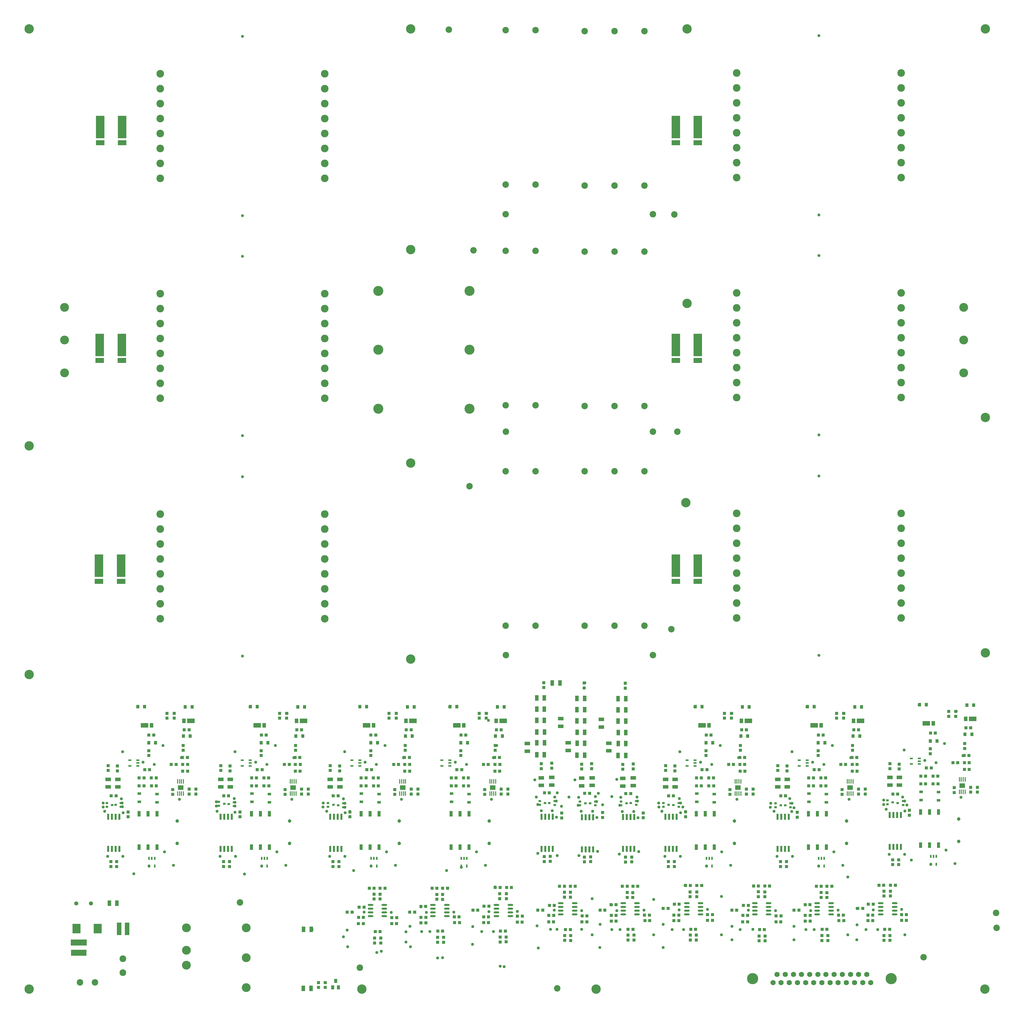
<source format=gts>
G04 Layer_Color=8388736*
%FSLAX25Y25*%
%MOIN*%
G70*
G01*
G75*
%ADD10O,0.07480X0.02362*%
%ADD11R,0.07480X0.04724*%
%ADD12R,0.04724X0.07480*%
%ADD13R,0.04331X0.04331*%
%ADD14R,0.04331X0.04331*%
%ADD15R,0.03543X0.02756*%
%ADD17R,0.20866X0.07874*%
%ADD18R,0.21654X0.07874*%
%ADD19R,0.06299X0.16929*%
%ADD20R,0.03937X0.05512*%
%ADD21R,0.01575X0.06299*%
%ADD22R,0.07441X0.06181*%
%ADD23R,0.02362X0.04331*%
%ADD24R,0.04331X0.02362*%
%ADD26R,0.04488X0.07480*%
%ADD27R,0.11614X0.30000*%
%ADD28R,0.11614X0.06614*%
%ADD31R,0.04331X0.05118*%
%ADD32R,0.04803X0.03583*%
%ADD38C,0.12520*%
%ADD39C,0.10236*%
%ADD40C,0.03937*%
%ADD41C,0.09000*%
%ADD42C,0.11811*%
%ADD43C,0.05512*%
%ADD44C,0.08661*%
%ADD45C,0.07000*%
%ADD46C,0.15000*%
%ADD47C,0.04724*%
%ADD48C,0.13386*%
%ADD49C,0.04000*%
%ADD50C,0.05000*%
%ADD61R,0.10787X0.13150*%
%ADD62R,0.03120X0.08100*%
%ADD63R,0.04685X0.06457*%
%ADD64R,0.10000X0.06457*%
D10*
X496256Y121500D02*
D03*
Y126500D02*
D03*
Y131500D02*
D03*
Y136500D02*
D03*
X477752Y121500D02*
D03*
Y126500D02*
D03*
Y131500D02*
D03*
Y136500D02*
D03*
X579756Y121500D02*
D03*
Y126500D02*
D03*
Y131500D02*
D03*
Y136500D02*
D03*
X561252Y121500D02*
D03*
Y126500D02*
D03*
Y131500D02*
D03*
Y136500D02*
D03*
X664756Y121500D02*
D03*
Y126500D02*
D03*
Y131500D02*
D03*
Y136500D02*
D03*
X646252Y121500D02*
D03*
Y126500D02*
D03*
Y131500D02*
D03*
Y136500D02*
D03*
X750752Y124000D02*
D03*
Y129000D02*
D03*
Y134000D02*
D03*
Y139000D02*
D03*
X732248Y124000D02*
D03*
Y129000D02*
D03*
Y134000D02*
D03*
Y139000D02*
D03*
X834252Y124000D02*
D03*
Y129000D02*
D03*
Y134000D02*
D03*
Y139000D02*
D03*
X815748Y124000D02*
D03*
Y129000D02*
D03*
Y134000D02*
D03*
Y139000D02*
D03*
X900748D02*
D03*
Y134000D02*
D03*
Y129000D02*
D03*
Y124000D02*
D03*
X919252Y139000D02*
D03*
Y134000D02*
D03*
Y129000D02*
D03*
Y124000D02*
D03*
X991748Y139000D02*
D03*
Y134000D02*
D03*
Y129000D02*
D03*
Y124000D02*
D03*
X1010252Y139000D02*
D03*
Y134000D02*
D03*
Y129000D02*
D03*
Y124000D02*
D03*
X1075248Y139000D02*
D03*
Y134000D02*
D03*
Y129000D02*
D03*
Y124000D02*
D03*
X1093752Y139000D02*
D03*
Y134000D02*
D03*
Y129000D02*
D03*
Y124000D02*
D03*
X1160248Y139000D02*
D03*
Y134000D02*
D03*
Y129000D02*
D03*
Y124000D02*
D03*
X1178752Y139000D02*
D03*
Y134000D02*
D03*
Y129000D02*
D03*
Y124000D02*
D03*
D11*
X687500Y352500D02*
D03*
Y342264D02*
D03*
X732000Y375764D02*
D03*
Y386000D02*
D03*
X796500Y353118D02*
D03*
Y342882D02*
D03*
X742000Y353618D02*
D03*
Y343382D02*
D03*
X786500Y374764D02*
D03*
Y385000D02*
D03*
X423900Y294496D02*
D03*
Y304732D02*
D03*
X436700Y294496D02*
D03*
Y304732D02*
D03*
X277372Y294496D02*
D03*
Y304732D02*
D03*
X290172Y294496D02*
D03*
Y304732D02*
D03*
X126872Y294496D02*
D03*
Y304732D02*
D03*
X139672Y294496D02*
D03*
Y304732D02*
D03*
X815000Y295748D02*
D03*
Y305984D02*
D03*
X829000Y296248D02*
D03*
Y306484D02*
D03*
X759996Y295996D02*
D03*
Y306232D02*
D03*
X773996Y296496D02*
D03*
Y306732D02*
D03*
X706118Y296500D02*
D03*
Y306736D02*
D03*
X720118Y297000D02*
D03*
Y307236D02*
D03*
X1172372Y296996D02*
D03*
Y307232D02*
D03*
X1185172Y296996D02*
D03*
Y307232D02*
D03*
X872400Y294496D02*
D03*
Y304732D02*
D03*
X885200Y294496D02*
D03*
Y304732D02*
D03*
X1022400Y294496D02*
D03*
Y304732D02*
D03*
X1035200Y294496D02*
D03*
Y304732D02*
D03*
D12*
X731000Y433500D02*
D03*
X720764D02*
D03*
X398118Y25000D02*
D03*
X387882D02*
D03*
X398500Y104000D02*
D03*
X388264D02*
D03*
X128382Y139000D02*
D03*
X138618D02*
D03*
X819236Y367248D02*
D03*
X809000D02*
D03*
X808882Y382748D02*
D03*
X819118D02*
D03*
Y336748D02*
D03*
X808882D02*
D03*
X819236Y352748D02*
D03*
X809000D02*
D03*
X819118Y397748D02*
D03*
X808882D02*
D03*
Y412748D02*
D03*
X819118D02*
D03*
X764232Y367496D02*
D03*
X753996D02*
D03*
X753878Y382996D02*
D03*
X764114D02*
D03*
Y336996D02*
D03*
X753878D02*
D03*
X764232Y352996D02*
D03*
X753996D02*
D03*
X764114Y397996D02*
D03*
X753878D02*
D03*
Y412996D02*
D03*
X764114D02*
D03*
X710354Y368000D02*
D03*
X700118D02*
D03*
X700000Y383500D02*
D03*
X710236D02*
D03*
Y337500D02*
D03*
X700000D02*
D03*
X710354Y353500D02*
D03*
X700118D02*
D03*
X710236Y398500D02*
D03*
X700000D02*
D03*
Y413500D02*
D03*
X710236D02*
D03*
D13*
X1164500Y95748D02*
D03*
Y89252D02*
D03*
X1172500Y95748D02*
D03*
Y89252D02*
D03*
X1089500Y95496D02*
D03*
Y89000D02*
D03*
X1081500Y95496D02*
D03*
Y89000D02*
D03*
X1005500Y94996D02*
D03*
Y88500D02*
D03*
X913500Y96248D02*
D03*
Y89752D02*
D03*
X905500Y96248D02*
D03*
Y89752D02*
D03*
X830000Y96248D02*
D03*
Y89752D02*
D03*
X822000Y96248D02*
D03*
Y89752D02*
D03*
X745500Y95500D02*
D03*
Y89004D02*
D03*
X737500Y95748D02*
D03*
Y89252D02*
D03*
X997500Y94996D02*
D03*
Y88500D02*
D03*
X659000Y93748D02*
D03*
Y87252D02*
D03*
X651000Y93500D02*
D03*
Y87004D02*
D03*
X575500Y93248D02*
D03*
Y86752D02*
D03*
X567500Y93248D02*
D03*
Y86752D02*
D03*
X491500Y92248D02*
D03*
Y85752D02*
D03*
X483000Y92248D02*
D03*
Y85752D02*
D03*
X720000Y326248D02*
D03*
Y319752D02*
D03*
X773500Y325496D02*
D03*
Y319000D02*
D03*
X829000Y325248D02*
D03*
Y318752D02*
D03*
X650504Y151496D02*
D03*
Y145000D02*
D03*
X659504Y151496D02*
D03*
Y145000D02*
D03*
X566504Y150748D02*
D03*
Y144252D02*
D03*
X574004Y150496D02*
D03*
Y144000D02*
D03*
X482504Y150996D02*
D03*
Y144500D02*
D03*
X490504Y150996D02*
D03*
Y144500D02*
D03*
X1164500Y155000D02*
D03*
Y148504D02*
D03*
X905000Y153996D02*
D03*
Y147500D02*
D03*
X1173000Y155000D02*
D03*
Y148504D02*
D03*
X914000Y153996D02*
D03*
Y147500D02*
D03*
X1080500Y153248D02*
D03*
Y146752D02*
D03*
X821000Y153248D02*
D03*
Y146752D02*
D03*
X1088000Y152996D02*
D03*
Y146500D02*
D03*
X828500Y152996D02*
D03*
Y146500D02*
D03*
X996500Y154248D02*
D03*
Y147752D02*
D03*
X737000Y153496D02*
D03*
Y147000D02*
D03*
X1005000Y153996D02*
D03*
Y147500D02*
D03*
X745000Y153496D02*
D03*
Y147000D02*
D03*
X512028Y393000D02*
D03*
Y386504D02*
D03*
X502528Y392996D02*
D03*
Y386500D02*
D03*
X427500Y188000D02*
D03*
Y194496D02*
D03*
X435500Y188000D02*
D03*
Y194496D02*
D03*
X450000Y254504D02*
D03*
Y261000D02*
D03*
X365500Y393000D02*
D03*
Y386504D02*
D03*
X356000Y392996D02*
D03*
Y386500D02*
D03*
X280972Y188000D02*
D03*
Y194496D02*
D03*
X288972Y188000D02*
D03*
Y194496D02*
D03*
X302972Y254496D02*
D03*
Y260992D02*
D03*
X215000Y393000D02*
D03*
Y386504D02*
D03*
X205500Y392996D02*
D03*
Y386500D02*
D03*
X130472Y188000D02*
D03*
Y194496D02*
D03*
X138000Y188000D02*
D03*
Y194496D02*
D03*
X153500Y254504D02*
D03*
Y261000D02*
D03*
X815000Y324748D02*
D03*
Y318252D02*
D03*
X818882Y194000D02*
D03*
Y200496D02*
D03*
X827000Y194248D02*
D03*
Y200744D02*
D03*
X842500Y253252D02*
D03*
Y259748D02*
D03*
X759996Y324996D02*
D03*
Y318500D02*
D03*
X763878Y194248D02*
D03*
Y200744D02*
D03*
X771996Y194496D02*
D03*
Y200992D02*
D03*
X788000Y253752D02*
D03*
Y260248D02*
D03*
X706118Y325500D02*
D03*
Y319004D02*
D03*
X710000Y194752D02*
D03*
Y201248D02*
D03*
X718118Y195000D02*
D03*
Y201496D02*
D03*
X733500Y253000D02*
D03*
Y259496D02*
D03*
X632500Y392972D02*
D03*
Y386476D02*
D03*
X623000Y392969D02*
D03*
Y386472D02*
D03*
X1260500Y395500D02*
D03*
Y389004D02*
D03*
X1251000Y395496D02*
D03*
Y389000D02*
D03*
X1175972Y190500D02*
D03*
Y196996D02*
D03*
X1183972Y190500D02*
D03*
Y196996D02*
D03*
X1198500Y256752D02*
D03*
Y263248D02*
D03*
X960528Y393000D02*
D03*
Y386504D02*
D03*
X951028Y392996D02*
D03*
Y386500D02*
D03*
X876000Y188000D02*
D03*
Y194496D02*
D03*
X884000Y188000D02*
D03*
Y194496D02*
D03*
X899000Y254752D02*
D03*
Y261248D02*
D03*
X1110528Y393000D02*
D03*
Y386504D02*
D03*
X1101028Y392996D02*
D03*
Y386500D02*
D03*
X1026000Y188000D02*
D03*
Y194496D02*
D03*
X1034000Y188000D02*
D03*
Y194496D02*
D03*
X1048500Y254000D02*
D03*
Y260496D02*
D03*
X524028Y349996D02*
D03*
Y343500D02*
D03*
X478028Y342996D02*
D03*
Y336500D02*
D03*
X423900Y316496D02*
D03*
Y322992D02*
D03*
X436300Y316096D02*
D03*
Y322592D02*
D03*
X377500Y349996D02*
D03*
Y343500D02*
D03*
X331500Y342996D02*
D03*
Y336500D02*
D03*
X277372Y316496D02*
D03*
Y322992D02*
D03*
X289772Y316096D02*
D03*
Y322592D02*
D03*
X227000Y349996D02*
D03*
Y343500D02*
D03*
X181000Y342996D02*
D03*
Y336500D02*
D03*
X126872Y316496D02*
D03*
Y322992D02*
D03*
X139272Y316096D02*
D03*
Y322592D02*
D03*
X818500Y426752D02*
D03*
Y433248D02*
D03*
X763496Y427000D02*
D03*
Y433496D02*
D03*
X709618Y427504D02*
D03*
Y434000D02*
D03*
X644500Y349969D02*
D03*
Y343472D02*
D03*
X598500Y342969D02*
D03*
Y336472D02*
D03*
X1272500Y352496D02*
D03*
Y346000D02*
D03*
X1226500Y345496D02*
D03*
Y339000D02*
D03*
X1172372Y318996D02*
D03*
Y325492D02*
D03*
X1184772Y318596D02*
D03*
Y325092D02*
D03*
X972528Y349996D02*
D03*
Y343500D02*
D03*
X926528Y342996D02*
D03*
Y336500D02*
D03*
X872400Y316496D02*
D03*
Y322992D02*
D03*
X884800Y316096D02*
D03*
Y322592D02*
D03*
X1122528Y349996D02*
D03*
Y343500D02*
D03*
X1076528Y342996D02*
D03*
Y336500D02*
D03*
X1022400Y316496D02*
D03*
Y322992D02*
D03*
X1034800Y316096D02*
D03*
Y322592D02*
D03*
X408000Y26252D02*
D03*
Y32748D02*
D03*
X417000Y26252D02*
D03*
Y32748D02*
D03*
X510028Y284500D02*
D03*
Y290996D02*
D03*
X541028Y285004D02*
D03*
Y291500D02*
D03*
X532028Y285000D02*
D03*
Y291496D02*
D03*
X363500Y284500D02*
D03*
Y290996D02*
D03*
X394500Y285004D02*
D03*
Y291500D02*
D03*
X385500Y285000D02*
D03*
Y291496D02*
D03*
X213000Y284500D02*
D03*
Y290996D02*
D03*
X244000Y285004D02*
D03*
Y291500D02*
D03*
X235000Y285000D02*
D03*
Y291496D02*
D03*
X630500Y284472D02*
D03*
Y290968D02*
D03*
X661500Y284976D02*
D03*
Y291472D02*
D03*
X652500Y284972D02*
D03*
Y291469D02*
D03*
X1258500Y287000D02*
D03*
Y293496D02*
D03*
X1289500Y287504D02*
D03*
Y294000D02*
D03*
X1280500Y287500D02*
D03*
Y293996D02*
D03*
X958528Y284500D02*
D03*
Y290996D02*
D03*
X989528Y285004D02*
D03*
Y291500D02*
D03*
X980528Y285000D02*
D03*
Y291496D02*
D03*
X1108528Y284500D02*
D03*
Y290996D02*
D03*
X1139528Y285004D02*
D03*
Y291500D02*
D03*
X1130528Y285000D02*
D03*
Y291496D02*
D03*
D14*
X680748Y121500D02*
D03*
X674252D02*
D03*
X650748Y324500D02*
D03*
X644252D02*
D03*
X629008Y120500D02*
D03*
X635504D02*
D03*
X644508Y160000D02*
D03*
X651004D02*
D03*
X651504Y101500D02*
D03*
X658000D02*
D03*
X666252Y160000D02*
D03*
X659756D02*
D03*
X621252Y129500D02*
D03*
X614756D02*
D03*
X545256Y120000D02*
D03*
X551752D02*
D03*
X560008Y159000D02*
D03*
X566504D02*
D03*
X567756Y101500D02*
D03*
X574252D02*
D03*
X580752Y159000D02*
D03*
X574256D02*
D03*
X536752Y127000D02*
D03*
X530256D02*
D03*
X596252Y120500D02*
D03*
X589756D02*
D03*
X461756Y120000D02*
D03*
X468252D02*
D03*
X476008Y159000D02*
D03*
X482504D02*
D03*
X484008Y101000D02*
D03*
X490504D02*
D03*
X497004Y159000D02*
D03*
X490508D02*
D03*
X453000Y127000D02*
D03*
X446504D02*
D03*
X512752Y119500D02*
D03*
X506256D02*
D03*
X1143004Y123000D02*
D03*
X1149500D02*
D03*
X1157752Y163000D02*
D03*
X1164248D02*
D03*
X883504Y123000D02*
D03*
X890000D02*
D03*
X899004Y162500D02*
D03*
X905500D02*
D03*
X1165500Y104000D02*
D03*
X1171996D02*
D03*
X906000D02*
D03*
X912496D02*
D03*
X1179748Y163000D02*
D03*
X1173252D02*
D03*
X920748Y162500D02*
D03*
X914252D02*
D03*
X1135996Y132000D02*
D03*
X1129500D02*
D03*
X875748D02*
D03*
X869252D02*
D03*
X1194496Y123500D02*
D03*
X1188000D02*
D03*
X934996D02*
D03*
X928500D02*
D03*
X1059252Y122500D02*
D03*
X1065748D02*
D03*
X1074004Y161500D02*
D03*
X1080500D02*
D03*
X799752Y122500D02*
D03*
X806248D02*
D03*
X814504Y161500D02*
D03*
X821000D02*
D03*
X1081752Y104000D02*
D03*
X1088248D02*
D03*
X822252D02*
D03*
X828748D02*
D03*
X1094748Y161500D02*
D03*
X1088252D02*
D03*
X835248D02*
D03*
X828752D02*
D03*
X1050748Y129500D02*
D03*
X1044252D02*
D03*
X791248D02*
D03*
X784752D02*
D03*
X1110248Y123000D02*
D03*
X1103752D02*
D03*
X850748D02*
D03*
X844252D02*
D03*
X975752Y122500D02*
D03*
X982248D02*
D03*
X990004Y162000D02*
D03*
X996500D02*
D03*
X716252Y122500D02*
D03*
X722748D02*
D03*
X730504Y161500D02*
D03*
X737000D02*
D03*
X998004Y103500D02*
D03*
X1004500D02*
D03*
X738504D02*
D03*
X745000D02*
D03*
X1011496Y162000D02*
D03*
X1005000D02*
D03*
X751500Y161500D02*
D03*
X745004D02*
D03*
X967496Y129500D02*
D03*
X961000D02*
D03*
X707996D02*
D03*
X701500D02*
D03*
X1026748Y122000D02*
D03*
X1020252D02*
D03*
X767248D02*
D03*
X760752D02*
D03*
X368996Y324500D02*
D03*
X362500D02*
D03*
X383748D02*
D03*
X377252D02*
D03*
X515248D02*
D03*
X508752D02*
D03*
X217748D02*
D03*
X211252D02*
D03*
X530028Y324496D02*
D03*
X523531D02*
D03*
X232996Y324500D02*
D03*
X226500D02*
D03*
X635248Y324472D02*
D03*
X628752D02*
D03*
X1263248Y327000D02*
D03*
X1256752D02*
D03*
X1278496D02*
D03*
X1272000D02*
D03*
X1113248Y324500D02*
D03*
X1106752D02*
D03*
X1128524D02*
D03*
X1122028D02*
D03*
X963276D02*
D03*
X956779D02*
D03*
X978248D02*
D03*
X971752D02*
D03*
X629008Y113000D02*
D03*
X635504D02*
D03*
X636004Y135000D02*
D03*
X629508D02*
D03*
X680500Y113500D02*
D03*
X674004D02*
D03*
X545256Y112500D02*
D03*
X551752D02*
D03*
X551504Y134500D02*
D03*
X545008D02*
D03*
X596752Y113000D02*
D03*
X590256D02*
D03*
X461508Y111500D02*
D03*
X468004D02*
D03*
X469004Y133500D02*
D03*
X462508D02*
D03*
X512500Y111500D02*
D03*
X506004D02*
D03*
X1143004Y115500D02*
D03*
X1149500D02*
D03*
X883504D02*
D03*
X890000D02*
D03*
X1150000Y137500D02*
D03*
X1143504D02*
D03*
X890500D02*
D03*
X884004D02*
D03*
X1194496Y116000D02*
D03*
X1188000D02*
D03*
X934996D02*
D03*
X928500D02*
D03*
X1059252Y115000D02*
D03*
X1065748D02*
D03*
X799752D02*
D03*
X806248D02*
D03*
X1065500Y137000D02*
D03*
X1059004D02*
D03*
X806000D02*
D03*
X799504D02*
D03*
X1110748Y115500D02*
D03*
X1104252D02*
D03*
X851248D02*
D03*
X844752D02*
D03*
X975504Y114000D02*
D03*
X982000D02*
D03*
X716004D02*
D03*
X722500D02*
D03*
X983000Y136000D02*
D03*
X976504D02*
D03*
X723500D02*
D03*
X717004D02*
D03*
X1026496Y114000D02*
D03*
X1020000D02*
D03*
X766996D02*
D03*
X760500D02*
D03*
X529776Y334000D02*
D03*
X523279D02*
D03*
X525531Y371000D02*
D03*
X532028D02*
D03*
X523531Y315500D02*
D03*
X530028D02*
D03*
X481531Y306500D02*
D03*
X488028D02*
D03*
X481779Y296000D02*
D03*
X488276D02*
D03*
X478279Y364000D02*
D03*
X484776D02*
D03*
X479276Y317500D02*
D03*
X472780D02*
D03*
X465279Y306500D02*
D03*
X471776D02*
D03*
X465279Y296000D02*
D03*
X471776D02*
D03*
X427852Y282496D02*
D03*
X434348D02*
D03*
X383248Y334000D02*
D03*
X376752D02*
D03*
X379004Y371000D02*
D03*
X385500D02*
D03*
X377004Y315500D02*
D03*
X383500D02*
D03*
X335004Y306500D02*
D03*
X341500D02*
D03*
X335252Y296000D02*
D03*
X341748D02*
D03*
X331752Y364000D02*
D03*
X338248D02*
D03*
X332748Y317500D02*
D03*
X326252D02*
D03*
X318752Y306500D02*
D03*
X325248D02*
D03*
X318752Y296000D02*
D03*
X325248D02*
D03*
X281324Y282496D02*
D03*
X287821D02*
D03*
X232748Y334000D02*
D03*
X226252D02*
D03*
X228504Y371000D02*
D03*
X235000D02*
D03*
X226504Y315500D02*
D03*
X233000D02*
D03*
X184504Y306500D02*
D03*
X191000D02*
D03*
X184752Y296000D02*
D03*
X191248D02*
D03*
X181252Y364000D02*
D03*
X187748D02*
D03*
X182248Y317500D02*
D03*
X175752D02*
D03*
X168252Y306500D02*
D03*
X174748D02*
D03*
X168252Y296000D02*
D03*
X174748D02*
D03*
X130824Y282496D02*
D03*
X137320D02*
D03*
X819252Y285748D02*
D03*
X825748D02*
D03*
X764248Y285996D02*
D03*
X770744D02*
D03*
X710370Y286500D02*
D03*
X716866D02*
D03*
X650248Y333972D02*
D03*
X643752D02*
D03*
X646004Y370972D02*
D03*
X652500D02*
D03*
X644004Y315472D02*
D03*
X650500D02*
D03*
X602004Y306472D02*
D03*
X608500D02*
D03*
X602252Y295972D02*
D03*
X608748D02*
D03*
X598752Y363972D02*
D03*
X605248D02*
D03*
X599748Y317472D02*
D03*
X593252D02*
D03*
X585752Y306472D02*
D03*
X592248D02*
D03*
X585752Y295972D02*
D03*
X592248D02*
D03*
X1278248Y336500D02*
D03*
X1271752D02*
D03*
X1274004Y373500D02*
D03*
X1280500D02*
D03*
X1272004Y318000D02*
D03*
X1278500D02*
D03*
X1230004Y309000D02*
D03*
X1236500D02*
D03*
X1230252Y298500D02*
D03*
X1236748D02*
D03*
X1226752Y366500D02*
D03*
X1233248D02*
D03*
X1227748Y320000D02*
D03*
X1221252D02*
D03*
X1213752Y309000D02*
D03*
X1220248D02*
D03*
X1213752Y298500D02*
D03*
X1220248D02*
D03*
X1176324Y284996D02*
D03*
X1182821D02*
D03*
X978276Y334000D02*
D03*
X971780D02*
D03*
X974032Y371000D02*
D03*
X980528D02*
D03*
X972031Y315500D02*
D03*
X978528D02*
D03*
X930031Y306500D02*
D03*
X936528D02*
D03*
X930280Y296000D02*
D03*
X936776D02*
D03*
X926779Y364000D02*
D03*
X933276D02*
D03*
X927776Y317500D02*
D03*
X921280D02*
D03*
X913780Y306500D02*
D03*
X920276D02*
D03*
X913780Y296000D02*
D03*
X920276D02*
D03*
X876352Y282496D02*
D03*
X882848D02*
D03*
X1128276Y334000D02*
D03*
X1121780D02*
D03*
X1124032Y371000D02*
D03*
X1130528D02*
D03*
X1122031Y315500D02*
D03*
X1128528D02*
D03*
X1080031Y306500D02*
D03*
X1086528D02*
D03*
X1080280Y296000D02*
D03*
X1086776D02*
D03*
X1076779Y364000D02*
D03*
X1083276D02*
D03*
X1077776Y317500D02*
D03*
X1071280D02*
D03*
X1063780Y306500D02*
D03*
X1070276D02*
D03*
X1063780Y296000D02*
D03*
X1070276D02*
D03*
X1026352Y282496D02*
D03*
X1032848D02*
D03*
D15*
X420913Y267941D02*
D03*
Y273059D02*
D03*
X428000Y270500D02*
D03*
X869413Y267941D02*
D03*
Y273059D02*
D03*
X876500Y270500D02*
D03*
X441500Y272500D02*
D03*
Y267382D02*
D03*
X434413Y269941D02*
D03*
X274913Y269441D02*
D03*
Y274559D02*
D03*
X282000Y272000D02*
D03*
X295087Y274059D02*
D03*
Y268941D02*
D03*
X288000Y271500D02*
D03*
X125000Y267882D02*
D03*
Y273000D02*
D03*
X132087Y270441D02*
D03*
X143759Y273059D02*
D03*
Y267941D02*
D03*
X136672Y270500D02*
D03*
X812913Y269941D02*
D03*
Y275059D02*
D03*
X820000Y272500D02*
D03*
X833000Y275618D02*
D03*
Y270500D02*
D03*
X825913Y273059D02*
D03*
X757913Y269941D02*
D03*
Y275059D02*
D03*
X765000Y272500D02*
D03*
X778587Y275059D02*
D03*
Y269941D02*
D03*
X771500Y272500D02*
D03*
X704000Y270500D02*
D03*
Y275618D02*
D03*
X711087Y273059D02*
D03*
X724000Y275500D02*
D03*
Y270382D02*
D03*
X716913Y272941D02*
D03*
X1169000Y271382D02*
D03*
Y276500D02*
D03*
X1176087Y273941D02*
D03*
X1190000Y275500D02*
D03*
Y270382D02*
D03*
X1182913Y272941D02*
D03*
X890000Y273000D02*
D03*
Y267882D02*
D03*
X882913Y270441D02*
D03*
X1019500Y267382D02*
D03*
Y272500D02*
D03*
X1026587Y269941D02*
D03*
X1039500Y272500D02*
D03*
Y267382D02*
D03*
X1032413Y269941D02*
D03*
D17*
X87500Y72500D02*
D03*
D18*
Y86279D02*
D03*
D19*
X152130Y104500D02*
D03*
X141500D02*
D03*
D20*
X434740Y26169D02*
D03*
X427260D02*
D03*
X431000Y34831D02*
D03*
D21*
X524528Y285500D02*
D03*
X521969D02*
D03*
X519410D02*
D03*
X516850D02*
D03*
Y302035D02*
D03*
X519410D02*
D03*
X521969D02*
D03*
X524528D02*
D03*
X378000Y285500D02*
D03*
X375441D02*
D03*
X372882D02*
D03*
X370323D02*
D03*
Y302035D02*
D03*
X372882D02*
D03*
X375441D02*
D03*
X378000D02*
D03*
X227500Y285500D02*
D03*
X224941D02*
D03*
X222382D02*
D03*
X219823D02*
D03*
Y302035D02*
D03*
X222382D02*
D03*
X224941D02*
D03*
X227500D02*
D03*
X645000Y285472D02*
D03*
X642441D02*
D03*
X639882D02*
D03*
X637323D02*
D03*
Y302008D02*
D03*
X639882D02*
D03*
X642441D02*
D03*
X645000D02*
D03*
X1273000Y288000D02*
D03*
X1270441D02*
D03*
X1267882D02*
D03*
X1265323D02*
D03*
Y304535D02*
D03*
X1267882D02*
D03*
X1270441D02*
D03*
X1273000D02*
D03*
X973028Y285500D02*
D03*
X970469D02*
D03*
X967909D02*
D03*
X965350D02*
D03*
Y302035D02*
D03*
X967909D02*
D03*
X970469D02*
D03*
X973028D02*
D03*
X1123028Y285500D02*
D03*
X1120469D02*
D03*
X1117909D02*
D03*
X1115350D02*
D03*
Y302035D02*
D03*
X1117909D02*
D03*
X1120469D02*
D03*
X1123028D02*
D03*
D22*
X520689Y293768D02*
D03*
X374161D02*
D03*
X223661D02*
D03*
X641161Y293740D02*
D03*
X1269161Y296268D02*
D03*
X969189Y293768D02*
D03*
X1119189D02*
D03*
D23*
X478547Y199130D02*
D03*
X482287D02*
D03*
X486028D02*
D03*
Y188500D02*
D03*
X478547D02*
D03*
X332020Y199130D02*
D03*
X335760D02*
D03*
X339500D02*
D03*
Y188500D02*
D03*
X332020D02*
D03*
X181520Y199130D02*
D03*
X185260D02*
D03*
X189000D02*
D03*
Y188500D02*
D03*
X181520D02*
D03*
X599020Y199102D02*
D03*
X602760D02*
D03*
X606500D02*
D03*
Y188472D02*
D03*
X599020D02*
D03*
X1227020Y201630D02*
D03*
X1230760D02*
D03*
X1234500D02*
D03*
Y191000D02*
D03*
X1227020D02*
D03*
X927047Y199130D02*
D03*
X930787D02*
D03*
X934528D02*
D03*
Y188500D02*
D03*
X927047D02*
D03*
X1077047Y199130D02*
D03*
X1080787D02*
D03*
X1084528D02*
D03*
Y188500D02*
D03*
X1077047D02*
D03*
D24*
X463343Y330240D02*
D03*
Y326500D02*
D03*
Y322760D02*
D03*
X452713D02*
D03*
Y330240D02*
D03*
X316815D02*
D03*
Y326500D02*
D03*
Y322760D02*
D03*
X306185D02*
D03*
Y330240D02*
D03*
X166315D02*
D03*
Y326500D02*
D03*
Y322760D02*
D03*
X155685D02*
D03*
Y330240D02*
D03*
X583815Y330213D02*
D03*
Y326472D02*
D03*
Y322732D02*
D03*
X573185D02*
D03*
Y330213D02*
D03*
X1211815Y332740D02*
D03*
Y329000D02*
D03*
Y325260D02*
D03*
X1201185D02*
D03*
Y332740D02*
D03*
X911843Y330240D02*
D03*
Y326500D02*
D03*
Y322760D02*
D03*
X901213D02*
D03*
Y330240D02*
D03*
X1061843D02*
D03*
Y326500D02*
D03*
Y322760D02*
D03*
X1051213D02*
D03*
Y330240D02*
D03*
D26*
X465020Y258528D02*
D03*
X477028D02*
D03*
X489035D02*
D03*
Y214000D02*
D03*
X477028D02*
D03*
X465020D02*
D03*
X318492Y258528D02*
D03*
X330500D02*
D03*
X342508D02*
D03*
Y214000D02*
D03*
X330500D02*
D03*
X318492D02*
D03*
X167992Y258528D02*
D03*
X180000D02*
D03*
X192008D02*
D03*
Y214000D02*
D03*
X180000D02*
D03*
X167992D02*
D03*
X585492Y258500D02*
D03*
X597500D02*
D03*
X609508D02*
D03*
Y213972D02*
D03*
X597500D02*
D03*
X585492D02*
D03*
X1213492Y261028D02*
D03*
X1225500D02*
D03*
X1237508D02*
D03*
Y216500D02*
D03*
X1225500D02*
D03*
X1213492D02*
D03*
X913520Y258528D02*
D03*
X925528D02*
D03*
X937535D02*
D03*
Y214000D02*
D03*
X925528D02*
D03*
X913520D02*
D03*
X1063520Y258528D02*
D03*
X1075528D02*
D03*
X1087535D02*
D03*
Y214000D02*
D03*
X1075528D02*
D03*
X1063520D02*
D03*
D27*
X114591Y590500D02*
D03*
X144000D02*
D03*
X886091D02*
D03*
X915500D02*
D03*
X115591Y886000D02*
D03*
X145000D02*
D03*
X886091D02*
D03*
X915500D02*
D03*
X116000Y1177500D02*
D03*
X145409D02*
D03*
X886091D02*
D03*
X915500D02*
D03*
D28*
X114591Y569791D02*
D03*
X144000D02*
D03*
X886091D02*
D03*
X915500D02*
D03*
X115591Y865291D02*
D03*
X145000D02*
D03*
X886091D02*
D03*
X915500D02*
D03*
X116000Y1156791D02*
D03*
X145409D02*
D03*
X886091D02*
D03*
X915500D02*
D03*
D31*
X536028Y401500D02*
D03*
X526972D02*
D03*
X472555Y402000D02*
D03*
X463500D02*
D03*
X389500Y401500D02*
D03*
X380445D02*
D03*
X326028Y402000D02*
D03*
X316972D02*
D03*
X239000Y401500D02*
D03*
X229945D02*
D03*
X175528Y402000D02*
D03*
X166472D02*
D03*
X656500Y401472D02*
D03*
X647445D02*
D03*
X593028Y401972D02*
D03*
X583972D02*
D03*
X1284500Y404000D02*
D03*
X1275445D02*
D03*
X1221028Y404500D02*
D03*
X1211972D02*
D03*
X921055Y402000D02*
D03*
X912000D02*
D03*
X1134528Y401500D02*
D03*
X1125472D02*
D03*
X1071055Y402000D02*
D03*
X1062000D02*
D03*
X533528Y362500D02*
D03*
X524472D02*
D03*
X487055Y353500D02*
D03*
X478000D02*
D03*
X387000Y362500D02*
D03*
X377945D02*
D03*
X340528Y353500D02*
D03*
X331472D02*
D03*
X236500Y362500D02*
D03*
X227445D02*
D03*
X190028Y353500D02*
D03*
X180972D02*
D03*
X654000Y362472D02*
D03*
X644945D02*
D03*
X607528Y353472D02*
D03*
X598472D02*
D03*
X1282000Y365000D02*
D03*
X1272945D02*
D03*
X1235528Y356000D02*
D03*
X1226472D02*
D03*
X982028Y362500D02*
D03*
X972972D02*
D03*
X935555Y353500D02*
D03*
X926500D02*
D03*
X1132028Y362500D02*
D03*
X1122972D02*
D03*
X1085555Y353500D02*
D03*
X1076500D02*
D03*
X974972Y401500D02*
D03*
X984028D02*
D03*
D32*
X489028Y285083D02*
D03*
Y274000D02*
D03*
X465528Y274500D02*
D03*
Y285583D02*
D03*
X342500Y285083D02*
D03*
Y274000D02*
D03*
X319000Y274500D02*
D03*
Y285583D02*
D03*
X192000Y285083D02*
D03*
Y274000D02*
D03*
X168500Y274500D02*
D03*
Y285583D02*
D03*
X609500Y285055D02*
D03*
Y273972D02*
D03*
X586000Y274472D02*
D03*
Y285555D02*
D03*
X1237500Y287583D02*
D03*
Y276500D02*
D03*
X1214000Y277000D02*
D03*
Y288083D02*
D03*
X937528Y285083D02*
D03*
Y274000D02*
D03*
X914028Y274500D02*
D03*
Y285583D02*
D03*
X1087528Y285083D02*
D03*
Y274000D02*
D03*
X1064028Y274500D02*
D03*
Y285583D02*
D03*
D38*
X1300000Y1309000D02*
D03*
X901000D02*
D03*
X1299500Y24000D02*
D03*
X1300000Y474000D02*
D03*
X779500Y24000D02*
D03*
X21000D02*
D03*
X1300000Y789000D02*
D03*
X901000Y941500D02*
D03*
X899500Y675000D02*
D03*
X531500Y1309000D02*
D03*
Y1013500D02*
D03*
Y728000D02*
D03*
Y465500D02*
D03*
X21000Y1309000D02*
D03*
Y751000D02*
D03*
Y445000D02*
D03*
X466000Y24000D02*
D03*
D39*
X1187500Y600500D02*
D03*
Y620500D02*
D03*
Y580500D02*
D03*
Y660500D02*
D03*
Y640500D02*
D03*
Y560500D02*
D03*
Y540500D02*
D03*
Y520500D02*
D03*
X967500Y660500D02*
D03*
Y640500D02*
D03*
Y600500D02*
D03*
Y620500D02*
D03*
Y580500D02*
D03*
Y540500D02*
D03*
Y560500D02*
D03*
Y520500D02*
D03*
X416500Y954500D02*
D03*
Y934500D02*
D03*
Y914500D02*
D03*
Y894500D02*
D03*
Y874500D02*
D03*
Y854500D02*
D03*
Y834500D02*
D03*
Y814500D02*
D03*
X196500Y954500D02*
D03*
Y934500D02*
D03*
Y914500D02*
D03*
Y894500D02*
D03*
Y874500D02*
D03*
Y854500D02*
D03*
Y834500D02*
D03*
Y814500D02*
D03*
X416500Y1249000D02*
D03*
Y1229000D02*
D03*
Y1209000D02*
D03*
Y1189000D02*
D03*
Y1169000D02*
D03*
Y1149000D02*
D03*
Y1129000D02*
D03*
Y1109000D02*
D03*
X196500Y1249000D02*
D03*
Y1229000D02*
D03*
Y1209000D02*
D03*
Y1189000D02*
D03*
Y1169000D02*
D03*
Y1149000D02*
D03*
Y1129000D02*
D03*
Y1109000D02*
D03*
X1187500Y1250000D02*
D03*
Y1230000D02*
D03*
Y1210000D02*
D03*
Y1190000D02*
D03*
Y1170000D02*
D03*
Y1150000D02*
D03*
Y1130000D02*
D03*
Y1110000D02*
D03*
X967500Y1250000D02*
D03*
Y1230000D02*
D03*
Y1210000D02*
D03*
Y1190000D02*
D03*
Y1170000D02*
D03*
Y1150000D02*
D03*
Y1130000D02*
D03*
Y1110000D02*
D03*
X1187500Y955500D02*
D03*
Y935500D02*
D03*
Y915500D02*
D03*
Y895500D02*
D03*
Y875500D02*
D03*
Y855500D02*
D03*
Y835500D02*
D03*
Y815500D02*
D03*
X967500Y955500D02*
D03*
Y935500D02*
D03*
Y915500D02*
D03*
Y895500D02*
D03*
Y875500D02*
D03*
Y855500D02*
D03*
Y835500D02*
D03*
Y815500D02*
D03*
X416500Y659500D02*
D03*
Y639500D02*
D03*
Y619500D02*
D03*
Y599500D02*
D03*
Y579500D02*
D03*
Y559500D02*
D03*
Y539500D02*
D03*
Y519500D02*
D03*
X196500Y659500D02*
D03*
Y639500D02*
D03*
Y619500D02*
D03*
Y599500D02*
D03*
Y579500D02*
D03*
Y559500D02*
D03*
Y539500D02*
D03*
Y519500D02*
D03*
D40*
X1077500Y710500D02*
D03*
Y470500D02*
D03*
X306500Y764500D02*
D03*
Y1004500D02*
D03*
Y1059000D02*
D03*
Y1299000D02*
D03*
X1077500Y1060000D02*
D03*
Y1300000D02*
D03*
Y765500D02*
D03*
Y1005500D02*
D03*
X306500Y469500D02*
D03*
Y709500D02*
D03*
D41*
X146500Y64500D02*
D03*
Y46000D02*
D03*
D42*
X311500Y26000D02*
D03*
Y66000D02*
D03*
Y106000D02*
D03*
X231500Y56000D02*
D03*
Y76000D02*
D03*
Y106000D02*
D03*
X1271000Y936300D02*
D03*
Y892500D02*
D03*
Y848700D02*
D03*
X68500D02*
D03*
Y892500D02*
D03*
Y936300D02*
D03*
D43*
X103685Y138500D02*
D03*
X84000D02*
D03*
D44*
X880000Y505500D02*
D03*
X888000Y770000D02*
D03*
X582500Y1308000D02*
D03*
X615500Y1012500D02*
D03*
X610000Y697000D02*
D03*
X884000Y1060500D02*
D03*
X658500Y1061000D02*
D03*
X855350D02*
D03*
X658650Y770000D02*
D03*
X855500D02*
D03*
X658650Y471000D02*
D03*
X855500D02*
D03*
X109000Y33000D02*
D03*
X89000D02*
D03*
X843961Y1010847D02*
D03*
X804000D02*
D03*
X843961Y804154D02*
D03*
X764039Y1010847D02*
D03*
X804000Y804154D02*
D03*
X764039D02*
D03*
X843961Y716878D02*
D03*
X804000D02*
D03*
X843961Y510185D02*
D03*
X764039Y716878D02*
D03*
X804000Y510185D02*
D03*
X764039D02*
D03*
X658421Y1100653D02*
D03*
X698579D02*
D03*
X658421Y1307347D02*
D03*
X698579D02*
D03*
X658421Y805153D02*
D03*
X698579D02*
D03*
X658421Y1011847D02*
D03*
X698579D02*
D03*
X658421Y510185D02*
D03*
X698579D02*
D03*
X658421Y716878D02*
D03*
X698579D02*
D03*
X764039Y1099291D02*
D03*
Y1305984D02*
D03*
X804000Y1099291D02*
D03*
Y1305984D02*
D03*
X843961Y1099291D02*
D03*
Y1305984D02*
D03*
X1314500Y126000D02*
D03*
X1315000Y106000D02*
D03*
X1217500Y66500D02*
D03*
X727500Y25000D02*
D03*
X303000Y140000D02*
D03*
X463500Y52500D02*
D03*
D45*
X1092378Y32500D02*
D03*
X1086925Y43681D02*
D03*
X1081472Y32500D02*
D03*
X1076020Y43681D02*
D03*
X1070567Y32500D02*
D03*
X1065114Y43681D02*
D03*
X1059661Y32500D02*
D03*
X1054209Y43681D02*
D03*
X1048756Y32500D02*
D03*
X1043303Y43681D02*
D03*
X1037850Y32500D02*
D03*
X1032398Y43681D02*
D03*
X1026945Y32500D02*
D03*
X1021492Y43681D02*
D03*
X1016039Y32500D02*
D03*
X1103284D02*
D03*
X1114189D02*
D03*
X1125095D02*
D03*
X1136000D02*
D03*
X1146906D02*
D03*
X1097831Y43681D02*
D03*
X1108736D02*
D03*
X1119642D02*
D03*
X1130547D02*
D03*
X1141453D02*
D03*
D46*
X988874Y38091D02*
D03*
X1174071D02*
D03*
D47*
X516028Y249000D02*
D03*
Y219000D02*
D03*
X369500Y249000D02*
D03*
Y219000D02*
D03*
X219000Y249000D02*
D03*
Y219000D02*
D03*
X636500Y248972D02*
D03*
Y218972D02*
D03*
X1264500Y251500D02*
D03*
Y221500D02*
D03*
X964528Y249000D02*
D03*
Y219000D02*
D03*
X1114528Y249000D02*
D03*
Y219000D02*
D03*
D48*
X488000Y879500D02*
D03*
Y958240D02*
D03*
X610047Y800760D02*
D03*
X488000D02*
D03*
X610047Y958240D02*
D03*
Y879500D02*
D03*
D49*
X408000Y32748D02*
D03*
X417000D02*
D03*
X431000Y34831D02*
D03*
X110000Y108500D02*
D03*
X115500D02*
D03*
X110000Y101500D02*
D03*
X115500D02*
D03*
X138618Y139000D02*
D03*
X731500Y385500D02*
D03*
X786500Y385000D02*
D03*
X686500Y342500D02*
D03*
X741000Y343000D02*
D03*
X796500Y342882D02*
D03*
X309000Y178000D02*
D03*
X492000Y74500D02*
D03*
X486000Y73000D02*
D03*
X869000Y79500D02*
D03*
X702000Y79000D02*
D03*
X784500Y79500D02*
D03*
X531000Y80500D02*
D03*
X441500Y94000D02*
D03*
X447000Y80500D02*
D03*
X525000Y87000D02*
D03*
X574000Y66000D02*
D03*
X567500Y65500D02*
D03*
X656500Y54000D02*
D03*
X651000Y54500D02*
D03*
X1044000Y90000D02*
D03*
X1128000D02*
D03*
X718500Y104000D02*
D03*
X727000D02*
D03*
X476004Y159004D02*
D03*
X579500Y182500D02*
D03*
X455000D02*
D03*
X599020Y187000D02*
D03*
X161250Y178250D02*
D03*
X530256Y127000D02*
D03*
X446504D02*
D03*
X145441Y273059D02*
D03*
X145941Y267941D02*
D03*
X120000Y267500D02*
D03*
X296559Y268941D02*
D03*
Y274059D02*
D03*
X271500Y269000D02*
D03*
X443618Y267382D02*
D03*
X414000Y267500D02*
D03*
X443500Y272500D02*
D03*
X701500Y271000D02*
D03*
X755500Y270000D02*
D03*
X743000Y281000D02*
D03*
X759500Y262000D02*
D03*
X706000Y262500D02*
D03*
X699500Y281000D02*
D03*
X697500Y304000D02*
D03*
X756250Y280750D02*
D03*
X811059Y269941D02*
D03*
X834882Y275618D02*
D03*
X726000Y275500D02*
D03*
X780059Y275059D02*
D03*
X834000Y281000D02*
D03*
X812500Y280500D02*
D03*
X800500Y281500D02*
D03*
X733000Y268500D02*
D03*
X751000Y304000D02*
D03*
X807000Y304500D02*
D03*
X814500Y261500D02*
D03*
X863000Y273000D02*
D03*
X863500Y267500D02*
D03*
X892500Y273000D02*
D03*
X890696Y279000D02*
D03*
X895500Y267500D02*
D03*
X899000Y261000D02*
D03*
X1044000Y266500D02*
D03*
X1038500Y279000D02*
D03*
X1041500Y272500D02*
D03*
X1012618Y267382D02*
D03*
X1013000Y272500D02*
D03*
X1195118Y270382D02*
D03*
X1192000Y275500D02*
D03*
X1189500Y281000D02*
D03*
X1164000Y271000D02*
D03*
Y277000D02*
D03*
X1182821Y284996D02*
D03*
X295500Y279000D02*
D03*
X778500Y281500D02*
D03*
X961000Y90000D02*
D03*
X614000Y84000D02*
D03*
X525000Y100500D02*
D03*
X446500Y103000D02*
D03*
X530500Y108000D02*
D03*
X614500Y107500D02*
D03*
X1128500Y110000D02*
D03*
X961000Y108000D02*
D03*
Y129500D02*
D03*
X869000Y110500D02*
D03*
X869252Y132000D02*
D03*
X700500Y108500D02*
D03*
X784752Y110752D02*
D03*
Y129500D02*
D03*
X1044000Y108000D02*
D03*
X626504Y101000D02*
D03*
X871600Y201696D02*
D03*
X892400Y259809D02*
D03*
X892000Y201696D02*
D03*
X982028Y362500D02*
D03*
X934028Y324500D02*
D03*
X958528Y284500D02*
D03*
X961028Y393000D02*
D03*
X970280Y333748D02*
D03*
X947528Y207500D02*
D03*
X982528Y383500D02*
D03*
X919028Y327500D02*
D03*
X967638Y278000D02*
D03*
X959528Y189500D02*
D03*
X911528Y401500D02*
D03*
X984528D02*
D03*
X927047Y188500D02*
D03*
X960500Y386500D02*
D03*
X921000Y317500D02*
D03*
X945496Y349996D02*
D03*
X891500Y341500D02*
D03*
X1132528Y383500D02*
D03*
X1069028Y327500D02*
D03*
X1095496Y349996D02*
D03*
X1041500Y341500D02*
D03*
X1120280Y333748D02*
D03*
X1071000Y317500D02*
D03*
X1117638Y278000D02*
D03*
X1097528Y207500D02*
D03*
X1061528Y401500D02*
D03*
X1101028Y392996D02*
D03*
X1132028Y362500D02*
D03*
X1084028Y324500D02*
D03*
X1108528Y284500D02*
D03*
X1134528Y401500D02*
D03*
X1021600Y201696D02*
D03*
X1042000D02*
D03*
X1282500Y386000D02*
D03*
X1219000Y330000D02*
D03*
X1259500Y192000D02*
D03*
X1245469Y352496D02*
D03*
X1191472Y344000D02*
D03*
X1270252Y336248D02*
D03*
X1220972Y320000D02*
D03*
X1267610Y280500D02*
D03*
X1247500Y210000D02*
D03*
X1211500Y404000D02*
D03*
X1251000Y395496D02*
D03*
X1282000Y365000D02*
D03*
X1234000Y327000D02*
D03*
X1192372Y262310D02*
D03*
X1258500Y287000D02*
D03*
X1227020Y191000D02*
D03*
X1284500Y404000D02*
D03*
X1261000Y395500D02*
D03*
X1260472Y389000D02*
D03*
X1171572Y204196D02*
D03*
X1191972D02*
D03*
X1017500Y262000D02*
D03*
X726618Y254000D02*
D03*
X701618Y205500D02*
D03*
X654000Y362472D02*
D03*
X630500Y284472D02*
D03*
X635504Y383472D02*
D03*
X633000Y392972D02*
D03*
X593252Y317472D02*
D03*
X642252Y333720D02*
D03*
X619500Y207472D02*
D03*
X623000Y392969D02*
D03*
X654500Y383472D02*
D03*
X591000Y327472D02*
D03*
X639610Y277972D02*
D03*
X631500Y189472D02*
D03*
X583500Y401472D02*
D03*
X656500D02*
D03*
X606000Y324472D02*
D03*
X598500Y342969D02*
D03*
X646531Y349969D02*
D03*
X781496Y208248D02*
D03*
X780496Y253496D02*
D03*
X727500Y202500D02*
D03*
X756500D02*
D03*
X836500Y208000D02*
D03*
X810500Y204748D02*
D03*
X835500Y253248D02*
D03*
X829748Y261748D02*
D03*
X774744Y261996D02*
D03*
X720866Y262500D02*
D03*
X237000Y383500D02*
D03*
X173500Y327500D02*
D03*
X214000Y189500D02*
D03*
X145972Y341500D02*
D03*
X224752Y333748D02*
D03*
X175472Y317500D02*
D03*
X222110Y278000D02*
D03*
X121972Y262000D02*
D03*
X202000Y207500D02*
D03*
X166000Y401500D02*
D03*
X205500Y392996D02*
D03*
X236500Y362500D02*
D03*
X188500Y324500D02*
D03*
X146872Y259809D02*
D03*
X213000Y284500D02*
D03*
X181520Y188500D02*
D03*
X239000Y401500D02*
D03*
X215500Y393000D02*
D03*
X214972Y386500D02*
D03*
X126872Y322992D02*
D03*
X126072Y201696D02*
D03*
X146472D02*
D03*
X867500Y262000D02*
D03*
X199969Y349996D02*
D03*
X387500Y383500D02*
D03*
X324000Y327500D02*
D03*
X364500Y189500D02*
D03*
X350468Y349996D02*
D03*
X296472Y341500D02*
D03*
X375252Y333748D02*
D03*
X325972Y317500D02*
D03*
X372610Y278000D02*
D03*
X272472Y262000D02*
D03*
X352500Y207500D02*
D03*
X316500Y401500D02*
D03*
X356000Y392996D02*
D03*
X387000Y362500D02*
D03*
X339000Y324500D02*
D03*
X363500Y284500D02*
D03*
X332020Y188500D02*
D03*
X389500Y401500D02*
D03*
X366000Y393000D02*
D03*
X365472Y386500D02*
D03*
X277372Y322992D02*
D03*
X276572Y201696D02*
D03*
X296972D02*
D03*
X534028Y383500D02*
D03*
X470528Y327500D02*
D03*
X511028Y189500D02*
D03*
X496996Y349996D02*
D03*
X443000Y341500D02*
D03*
X521779Y333748D02*
D03*
X472500Y317500D02*
D03*
X519138Y278000D02*
D03*
X419000Y262000D02*
D03*
X499028Y207500D02*
D03*
X463028Y401500D02*
D03*
X502528Y392996D02*
D03*
X533528Y362500D02*
D03*
X485528Y324500D02*
D03*
X443900Y259809D02*
D03*
X510028Y284500D02*
D03*
X478547Y188500D02*
D03*
X536028Y401500D02*
D03*
X512528Y393000D02*
D03*
X512000Y386500D02*
D03*
X423900Y322992D02*
D03*
X423100Y201696D02*
D03*
X443500D02*
D03*
X976504Y136000D02*
D03*
X1066500Y129000D02*
D03*
X1059500Y136504D02*
D03*
X1103000Y129500D02*
D03*
X1143504Y137500D02*
D03*
X1180000Y162500D02*
D03*
X1150000Y130000D02*
D03*
X1188000Y130500D02*
D03*
X1019500Y129000D02*
D03*
X983000Y129500D02*
D03*
X1044252D02*
D03*
X1156000Y103500D02*
D03*
X1140500D02*
D03*
X1071000D02*
D03*
X1060000D02*
D03*
X701500Y129500D02*
D03*
X717004Y136000D02*
D03*
X751500Y161500D02*
D03*
X760000Y129000D02*
D03*
X800000Y136504D02*
D03*
X807000Y129000D02*
D03*
X814504Y161500D02*
D03*
X723500Y129500D02*
D03*
X730500Y161504D02*
D03*
X800500Y103500D02*
D03*
X811500D02*
D03*
X835248Y161500D02*
D03*
X843500Y129500D02*
D03*
X896500Y103500D02*
D03*
X881000D02*
D03*
X890500Y130000D02*
D03*
X884004Y137500D02*
D03*
X898500Y163000D02*
D03*
X920500Y162500D02*
D03*
X928500Y130500D02*
D03*
X469004Y127000D02*
D03*
X546004Y101000D02*
D03*
X557004D02*
D03*
X580752Y159000D02*
D03*
X589004Y127000D02*
D03*
X636004Y127500D02*
D03*
X642004Y101000D02*
D03*
X644004Y160500D02*
D03*
X666004Y160000D02*
D03*
X674004Y128000D02*
D03*
X462508Y133500D02*
D03*
X505504Y126500D02*
D03*
X497004Y159000D02*
D03*
X552504Y126500D02*
D03*
X545504Y134004D02*
D03*
X560008Y159000D02*
D03*
X629508Y135000D02*
D03*
X614504Y129500D02*
D03*
X1111028Y393000D02*
D03*
X1110500Y386500D02*
D03*
X951028Y392996D02*
D03*
X872400Y322992D02*
D03*
X1022400D02*
D03*
X1172372Y325492D02*
D03*
X818500Y433500D02*
D03*
X709618Y434000D02*
D03*
X764500D02*
D03*
X1167472Y264500D02*
D03*
X1198500Y263248D02*
D03*
X1032848Y282496D02*
D03*
X1048500Y260500D02*
D03*
X882848Y282496D02*
D03*
X788000Y270500D02*
D03*
X782500Y286000D02*
D03*
X724000Y281000D02*
D03*
X727500Y286500D02*
D03*
X434348Y282496D02*
D03*
X450000Y261500D02*
D03*
X287821Y282496D02*
D03*
X303000Y261000D02*
D03*
X296500Y260500D02*
D03*
X414500Y273000D02*
D03*
X271500Y274500D02*
D03*
X120000Y273000D02*
D03*
X137320Y282496D02*
D03*
X153500Y261000D02*
D03*
X1128500Y132000D02*
D03*
X1201000Y196500D02*
D03*
X1192500Y96500D02*
D03*
X1077000Y188500D02*
D03*
X1116000Y96500D02*
D03*
X947000Y148000D02*
D03*
Y96500D02*
D03*
X856500Y144000D02*
D03*
Y96500D02*
D03*
X774000Y145000D02*
D03*
Y96500D02*
D03*
X989000Y104000D02*
D03*
X972000Y103500D02*
D03*
X760000Y104000D02*
D03*
X441500Y278500D02*
D03*
X144500D02*
D03*
X1041000Y261500D02*
D03*
X1158000Y163000D02*
D03*
X1074004Y161500D02*
D03*
X1094748D02*
D03*
X1011000D02*
D03*
X1116000Y174000D02*
D03*
X1109528Y189500D02*
D03*
X990000Y161504D02*
D03*
D50*
X387882Y25000D02*
D03*
X388264Y104000D02*
D03*
X399000D02*
D03*
D61*
X112847Y105000D02*
D03*
X84500D02*
D03*
D62*
X438700Y211696D02*
D03*
X423700D02*
D03*
X428700D02*
D03*
X433700D02*
D03*
X423700Y254609D02*
D03*
X428700D02*
D03*
X433700D02*
D03*
X438700D02*
D03*
X292172Y211696D02*
D03*
X277172D02*
D03*
X282172D02*
D03*
X287172D02*
D03*
X277172Y254609D02*
D03*
X282172D02*
D03*
X287172D02*
D03*
X292172D02*
D03*
X141672Y211696D02*
D03*
X126672D02*
D03*
X131672D02*
D03*
X136672D02*
D03*
X126672Y254609D02*
D03*
X131672D02*
D03*
X136672D02*
D03*
X141672D02*
D03*
X830500Y211500D02*
D03*
X815500D02*
D03*
X820500D02*
D03*
X825500D02*
D03*
X815500Y254413D02*
D03*
X820500D02*
D03*
X825500D02*
D03*
X830500D02*
D03*
X775496Y211083D02*
D03*
X760496D02*
D03*
X765496D02*
D03*
X770496D02*
D03*
X760496Y253996D02*
D03*
X765496D02*
D03*
X770496D02*
D03*
X775496D02*
D03*
X721618Y211587D02*
D03*
X706618D02*
D03*
X711618D02*
D03*
X716618D02*
D03*
X706618Y254500D02*
D03*
X711618D02*
D03*
X716618D02*
D03*
X721618D02*
D03*
X1187172Y214196D02*
D03*
X1172172D02*
D03*
X1177172D02*
D03*
X1182172D02*
D03*
X1172172Y257109D02*
D03*
X1177172D02*
D03*
X1182172D02*
D03*
X1187172D02*
D03*
X887200Y211696D02*
D03*
X872200D02*
D03*
X877200D02*
D03*
X882200D02*
D03*
X872200Y254609D02*
D03*
X877200D02*
D03*
X882200D02*
D03*
X887200D02*
D03*
X1037200Y211696D02*
D03*
X1022200D02*
D03*
X1027200D02*
D03*
X1032200D02*
D03*
X1022200Y254609D02*
D03*
X1027200D02*
D03*
X1032200D02*
D03*
X1037200D02*
D03*
D63*
X525177Y383000D02*
D03*
X481878Y377000D02*
D03*
X378650Y383000D02*
D03*
X335350Y377000D02*
D03*
X228150Y383000D02*
D03*
X184850Y377000D02*
D03*
X645650Y382972D02*
D03*
X602350Y376972D02*
D03*
X1273650Y385500D02*
D03*
X1230350Y379500D02*
D03*
X973677Y383000D02*
D03*
X930378Y377000D02*
D03*
X1123677Y383000D02*
D03*
X1080378Y377000D02*
D03*
D64*
X534528Y383000D02*
D03*
X472528Y377000D02*
D03*
X388000Y383000D02*
D03*
X326000Y377000D02*
D03*
X237500Y383000D02*
D03*
X175500Y377000D02*
D03*
X655000Y382972D02*
D03*
X593000Y376972D02*
D03*
X1283000Y385500D02*
D03*
X1221000Y379500D02*
D03*
X983028Y383000D02*
D03*
X921028Y377000D02*
D03*
X1133028Y383000D02*
D03*
X1071028Y377000D02*
D03*
M02*

</source>
